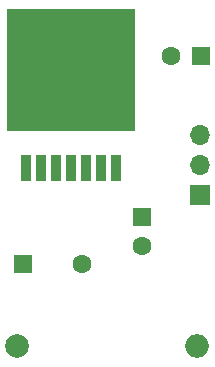
<source format=gbr>
%TF.GenerationSoftware,KiCad,Pcbnew,8.0.1-rc1*%
%TF.CreationDate,2024-10-01T13:01:29-07:00*%
%TF.ProjectId,LM2670-ADJ-Carrier,4c4d3236-3730-42d4-9144-4a2d43617272,rev?*%
%TF.SameCoordinates,Original*%
%TF.FileFunction,Soldermask,Top*%
%TF.FilePolarity,Negative*%
%FSLAX46Y46*%
G04 Gerber Fmt 4.6, Leading zero omitted, Abs format (unit mm)*
G04 Created by KiCad (PCBNEW 8.0.1-rc1) date 2024-10-01 13:01:29*
%MOMM*%
%LPD*%
G01*
G04 APERTURE LIST*
%ADD10R,1.700000X1.700000*%
%ADD11O,1.700000X1.700000*%
%ADD12C,2.000000*%
%ADD13O,2.000000X2.000000*%
%ADD14R,1.600000X1.600000*%
%ADD15C,1.600000*%
%ADD16R,0.910000X2.160000*%
%ADD17R,10.800000X10.410000*%
G04 APERTURE END LIST*
D10*
%TO.C,J1*%
X153109449Y-101617000D03*
D11*
X153109449Y-99077000D03*
X153109449Y-96537000D03*
%TD*%
D12*
%TO.C,L1*%
X137571683Y-114432376D03*
D13*
X152811683Y-114432376D03*
%TD*%
D14*
%TO.C,C5*%
X138049386Y-107482969D03*
D15*
X143049386Y-107482969D03*
%TD*%
D14*
%TO.C,C2*%
X148158263Y-103439855D03*
D15*
X148158263Y-105939855D03*
%TD*%
D14*
%TO.C,C1*%
X153150694Y-89852484D03*
D15*
X150650694Y-89852484D03*
%TD*%
D16*
%TO.C,IC1*%
X138351749Y-99356800D03*
X139621749Y-99356800D03*
X140891749Y-99356800D03*
X142161749Y-99356800D03*
X143431749Y-99356800D03*
X144701749Y-99356800D03*
X145971749Y-99356800D03*
D17*
X142161749Y-91036800D03*
%TD*%
M02*

</source>
